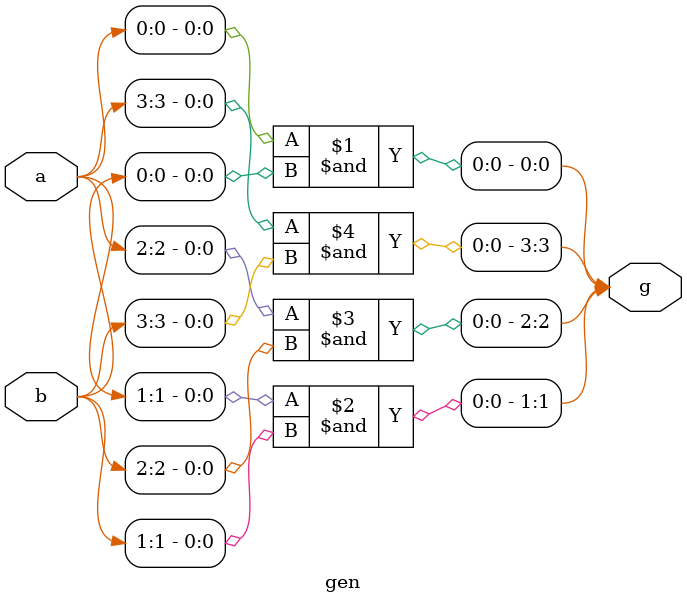
<source format=v>
`timescale 1ns / 1ps
module gen(g,a,b);

input[3:0] a,b;
output[3:0] g;

genvar i;

generate	for (i=0;i<4;i=i+1) begin:bit
			assign g[i] = a[i]&b[i];
		end
endgenerate


endmodule

</source>
